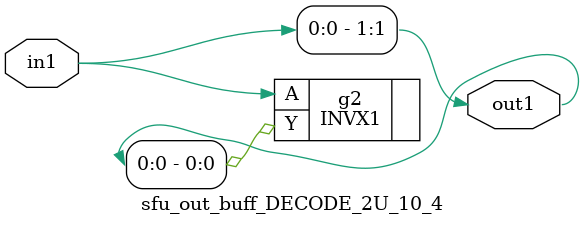
<source format=v>
`timescale 1ps / 1ps


module sfu_out_buff_DECODE_2U_10_4(in1, out1);
  input in1;
  output [1:0] out1;
  wire in1;
  wire [1:0] out1;
  assign out1[1] = in1;
  INVX1 g2(.A (in1), .Y (out1[0]));
endmodule



</source>
